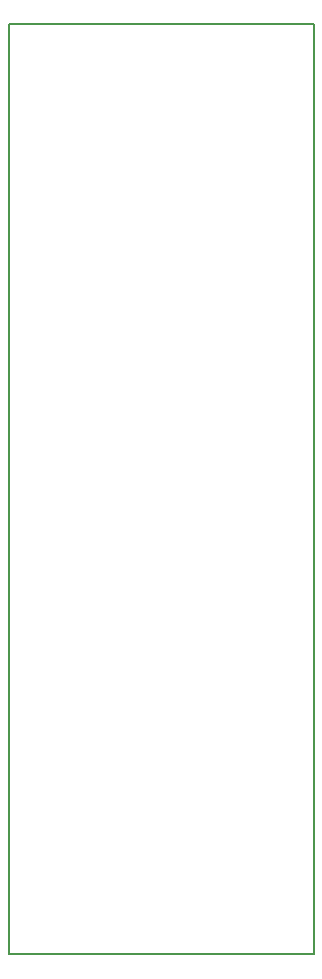
<source format=gm1>
G04 MADE WITH FRITZING*
G04 WWW.FRITZING.ORG*
G04 DOUBLE SIDED*
G04 HOLES PLATED*
G04 CONTOUR ON CENTER OF CONTOUR VECTOR*
%ASAXBY*%
%FSLAX23Y23*%
%MOIN*%
%OFA0B0*%
%SFA1.0B1.0*%
%ADD10R,1.023620X3.110240*%
%ADD11C,0.008000*%
%ADD10C,0.008*%
%LNCONTOUR*%
G90*
G70*
G54D10*
G54D11*
X4Y3106D02*
X1020Y3106D01*
X1020Y4D01*
X4Y4D01*
X4Y3106D01*
D02*
G04 End of contour*
M02*
</source>
